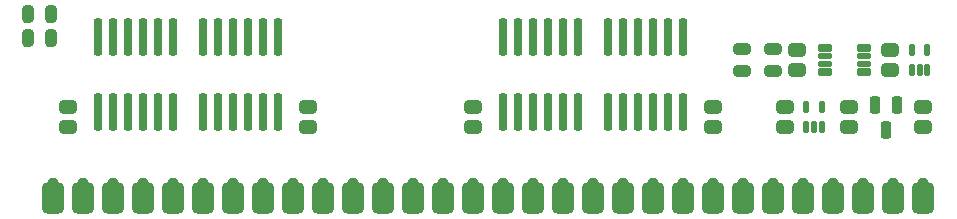
<source format=gts>
G04 #@! TF.GenerationSoftware,KiCad,Pcbnew,(6.0.10-0)*
G04 #@! TF.CreationDate,2023-02-01T03:02:41-05:00*
G04 #@! TF.ProjectId,GW4194-SOJ-DP,47573431-3934-42d5-934f-4a2d44502e6b,1.1-SOJ-DP*
G04 #@! TF.SameCoordinates,Original*
G04 #@! TF.FileFunction,Soldermask,Top*
G04 #@! TF.FilePolarity,Negative*
%FSLAX46Y46*%
G04 Gerber Fmt 4.6, Leading zero omitted, Abs format (unit mm)*
G04 Created by KiCad (PCBNEW (6.0.10-0)) date 2023-02-01 03:02:41*
%MOMM*%
%LPD*%
G01*
G04 APERTURE LIST*
G04 Aperture macros list*
%AMRoundRect*
0 Rectangle with rounded corners*
0 $1 Rounding radius*
0 $2 $3 $4 $5 $6 $7 $8 $9 X,Y pos of 4 corners*
0 Add a 4 corners polygon primitive as box body*
4,1,4,$2,$3,$4,$5,$6,$7,$8,$9,$2,$3,0*
0 Add four circle primitives for the rounded corners*
1,1,$1+$1,$2,$3*
1,1,$1+$1,$4,$5*
1,1,$1+$1,$6,$7*
1,1,$1+$1,$8,$9*
0 Add four rect primitives between the rounded corners*
20,1,$1+$1,$2,$3,$4,$5,0*
20,1,$1+$1,$4,$5,$6,$7,0*
20,1,$1+$1,$6,$7,$8,$9,0*
20,1,$1+$1,$8,$9,$2,$3,0*%
G04 Aperture macros list end*
%ADD10RoundRect,0.312500X0.437500X-0.262500X0.437500X0.262500X-0.437500X0.262500X-0.437500X-0.262500X0*%
%ADD11RoundRect,0.200000X0.150000X-1.374000X0.150000X1.374000X-0.150000X1.374000X-0.150000X-1.374000X0*%
%ADD12RoundRect,0.312500X-0.437500X0.262500X-0.437500X-0.262500X0.437500X-0.262500X0.437500X0.262500X0*%
%ADD13C,0.952400*%
%ADD14RoundRect,0.520700X-0.444500X-0.825500X0.444500X-0.825500X0.444500X0.825500X-0.444500X0.825500X0*%
%ADD15RoundRect,0.262500X0.212500X0.487500X-0.212500X0.487500X-0.212500X-0.487500X0.212500X-0.487500X0*%
%ADD16RoundRect,0.262500X-0.212500X-0.487500X0.212500X-0.487500X0.212500X0.487500X-0.212500X0.487500X0*%
%ADD17RoundRect,0.262500X-0.487500X0.212500X-0.487500X-0.212500X0.487500X-0.212500X0.487500X0.212500X0*%
%ADD18RoundRect,0.186300X-0.425000X-0.150000X0.425000X-0.150000X0.425000X0.150000X-0.425000X0.150000X0*%
%ADD19RoundRect,0.136300X-0.475000X-0.100000X0.475000X-0.100000X0.475000X0.100000X-0.475000X0.100000X0*%
%ADD20RoundRect,0.148800X-0.462500X-0.112500X0.462500X-0.112500X0.462500X0.112500X-0.462500X0.112500X0*%
%ADD21RoundRect,0.140000X0.100000X-0.400000X0.100000X0.400000X-0.100000X0.400000X-0.100000X-0.400000X0*%
%ADD22RoundRect,0.250000X-0.200000X0.475000X-0.200000X-0.475000X0.200000X-0.475000X0.200000X0.475000X0*%
%ADD23RoundRect,0.262500X0.487500X-0.212500X0.487500X0.212500X-0.487500X0.212500X-0.487500X-0.212500X0*%
G04 APERTURE END LIST*
D10*
X157480000Y-94107000D03*
X157480000Y-92407000D03*
D11*
X130810000Y-92837000D03*
X130810000Y-86487000D03*
X128270000Y-92837000D03*
X128270000Y-86487000D03*
X121920000Y-92837000D03*
X123190000Y-92837000D03*
X124460000Y-92837000D03*
X125730000Y-92837000D03*
X127000000Y-92837000D03*
X132080000Y-92837000D03*
X133350000Y-92837000D03*
X134620000Y-92837000D03*
X135890000Y-92837000D03*
X137160000Y-92837000D03*
X135890000Y-86487000D03*
X134620000Y-86487000D03*
X133350000Y-86487000D03*
X132080000Y-86487000D03*
X127000000Y-86487000D03*
X125730000Y-86487000D03*
X124460000Y-86487000D03*
X123190000Y-86487000D03*
X121920000Y-86487000D03*
X137160000Y-86487000D03*
D12*
X85090000Y-92407000D03*
X85090000Y-94107000D03*
X105410000Y-92407000D03*
X105410000Y-94107000D03*
X119380000Y-92407000D03*
X119380000Y-94107000D03*
D13*
X157480000Y-98806000D03*
X154940000Y-98806000D03*
X129540000Y-98806000D03*
X144780000Y-98806000D03*
X139700000Y-98806000D03*
X142240000Y-98806000D03*
X137160000Y-98806000D03*
X132080000Y-98806000D03*
X134620000Y-98806000D03*
X152400000Y-98806000D03*
X147320000Y-98806000D03*
X149860000Y-98806000D03*
X127000000Y-98806000D03*
X121920000Y-98806000D03*
X124460000Y-98806000D03*
X119380000Y-98806000D03*
X114300000Y-98806000D03*
X116840000Y-98806000D03*
X111760000Y-98806000D03*
X106680000Y-98806000D03*
X109220000Y-98806000D03*
X101600000Y-98806000D03*
X104140000Y-98806000D03*
X99060000Y-98806000D03*
X96520000Y-98806000D03*
X91440000Y-98806000D03*
X93980000Y-98806000D03*
X83820000Y-98806000D03*
X86360000Y-98806000D03*
D14*
X144780000Y-100076000D03*
X119380000Y-100076000D03*
X157480000Y-100076000D03*
X152400000Y-100076000D03*
X149860000Y-100076000D03*
X101600000Y-100076000D03*
X99060000Y-100076000D03*
X124460000Y-100076000D03*
X96520000Y-100076000D03*
X137160000Y-100076000D03*
X106680000Y-100076000D03*
X129540000Y-100076000D03*
X134620000Y-100076000D03*
X127000000Y-100076000D03*
X104140000Y-100076000D03*
X139700000Y-100076000D03*
X132080000Y-100076000D03*
X121920000Y-100076000D03*
X142240000Y-100076000D03*
X88900000Y-100076000D03*
X154940000Y-100076000D03*
X91440000Y-100076000D03*
X116840000Y-100076000D03*
X114300000Y-100076000D03*
X147320000Y-100076000D03*
X111760000Y-100076000D03*
X93980000Y-100076000D03*
X109220000Y-100076000D03*
D13*
X88900000Y-98806000D03*
D14*
X86360000Y-100076000D03*
X83820000Y-100076000D03*
D15*
X83650000Y-86500000D03*
X81750000Y-86500000D03*
D16*
X81750000Y-84500000D03*
X83650000Y-84500000D03*
D12*
X146800000Y-87550000D03*
X146800000Y-89250000D03*
D17*
X144800000Y-87450000D03*
X144800000Y-89350000D03*
D18*
X149200000Y-87350000D03*
D19*
X149200000Y-88075000D03*
X149200000Y-88725000D03*
D18*
X149200000Y-89450000D03*
X152500000Y-89450000D03*
D20*
X152500000Y-88725000D03*
X152500000Y-88075000D03*
D18*
X152500000Y-87350000D03*
D21*
X148900000Y-94100000D03*
X147600000Y-94100000D03*
X148250000Y-94100000D03*
X148900000Y-92400000D03*
X147600000Y-92400000D03*
X157850000Y-89250000D03*
X156550000Y-89250000D03*
X157200000Y-89250000D03*
X157850000Y-87550000D03*
X156550000Y-87550000D03*
D12*
X154700000Y-87550000D03*
X154700000Y-89250000D03*
D22*
X154350000Y-94300000D03*
X153400000Y-92200000D03*
X155300000Y-92200000D03*
D12*
X151250000Y-92400000D03*
X151250000Y-94100000D03*
D23*
X142200000Y-89350000D03*
X142200000Y-87450000D03*
D12*
X145800000Y-92400000D03*
X145800000Y-94100000D03*
D11*
X96520000Y-92837000D03*
X96520000Y-86487000D03*
X93980000Y-92837000D03*
X93980000Y-86487000D03*
X87630000Y-92837000D03*
X88900000Y-92837000D03*
X90170000Y-92837000D03*
X91440000Y-92837000D03*
X92710000Y-92837000D03*
X97790000Y-92837000D03*
X99060000Y-92837000D03*
X100330000Y-92837000D03*
X101600000Y-92837000D03*
X102870000Y-92837000D03*
X101600000Y-86487000D03*
X100330000Y-86487000D03*
X99060000Y-86487000D03*
X97790000Y-86487000D03*
X92710000Y-86487000D03*
X91440000Y-86487000D03*
X90170000Y-86487000D03*
X88900000Y-86487000D03*
X87630000Y-86487000D03*
X102870000Y-86487000D03*
D12*
X139700000Y-92407000D03*
X139700000Y-94107000D03*
M02*

</source>
